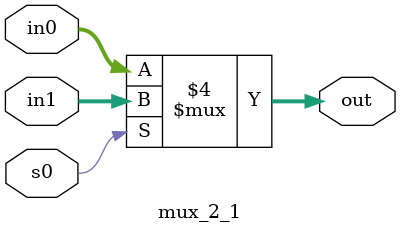
<source format=v>

module mux_2_1 #(parameter W=4) (in0, in1, s0, out);

	input s0;
	//decide lengths of the input and output depending on parameter W 
	input [W-1:0] in0, in1;		
	output reg [W-1:0] out;
	
	//conditional assignment -> s0 selects an input
	always @ (*)
	begin
		if(s0 == 1) begin
			out = in1;
		end else begin
			out = in0;
		end
	end
	//assign out = s0 ? in1 : in0;

endmodule

</source>
